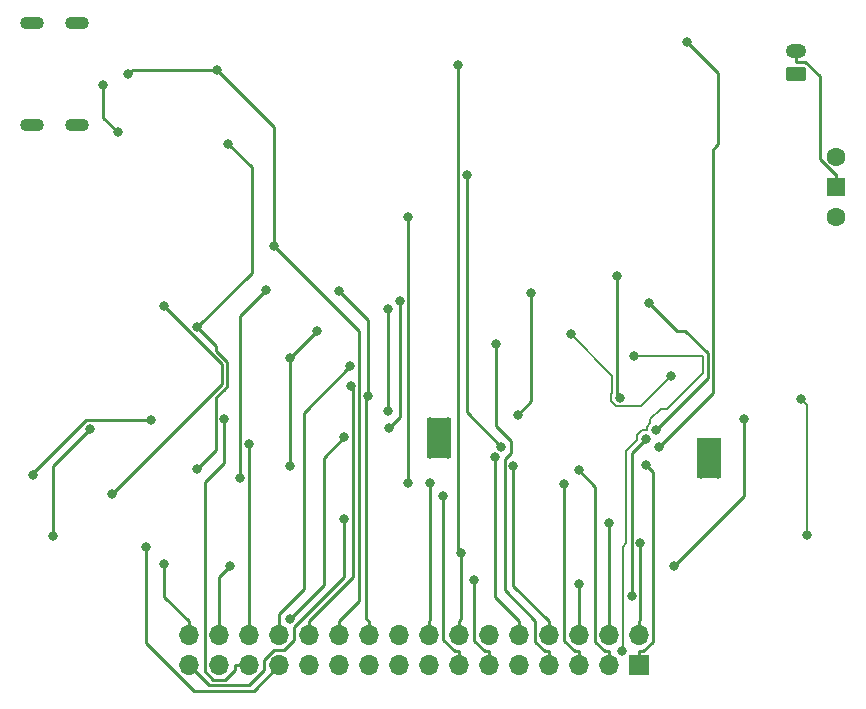
<source format=gbr>
%TF.GenerationSoftware,KiCad,Pcbnew,9.0.0*%
%TF.CreationDate,2025-03-28T13:41:41+02:00*%
%TF.ProjectId,Project Design,50726f6a-6563-4742-9044-657369676e2e,rev?*%
%TF.SameCoordinates,Original*%
%TF.FileFunction,Copper,L2,Bot*%
%TF.FilePolarity,Positive*%
%FSLAX46Y46*%
G04 Gerber Fmt 4.6, Leading zero omitted, Abs format (unit mm)*
G04 Created by KiCad (PCBNEW 9.0.0) date 2025-03-28 13:41:41*
%MOMM*%
%LPD*%
G01*
G04 APERTURE LIST*
G04 Aperture macros list*
%AMRoundRect*
0 Rectangle with rounded corners*
0 $1 Rounding radius*
0 $2 $3 $4 $5 $6 $7 $8 $9 X,Y pos of 4 corners*
0 Add a 4 corners polygon primitive as box body*
4,1,4,$2,$3,$4,$5,$6,$7,$8,$9,$2,$3,0*
0 Add four circle primitives for the rounded corners*
1,1,$1+$1,$2,$3*
1,1,$1+$1,$4,$5*
1,1,$1+$1,$6,$7*
1,1,$1+$1,$8,$9*
0 Add four rect primitives between the rounded corners*
20,1,$1+$1,$2,$3,$4,$5,0*
20,1,$1+$1,$4,$5,$6,$7,0*
20,1,$1+$1,$6,$7,$8,$9,0*
20,1,$1+$1,$8,$9,$2,$3,0*%
G04 Aperture macros list end*
%TA.AperFunction,ComponentPad*%
%ADD10O,2.000000X1.100000*%
%TD*%
%TA.AperFunction,ComponentPad*%
%ADD11C,1.600000*%
%TD*%
%TA.AperFunction,ComponentPad*%
%ADD12R,1.500000X1.500000*%
%TD*%
%TA.AperFunction,ComponentPad*%
%ADD13O,1.750000X1.200000*%
%TD*%
%TA.AperFunction,ComponentPad*%
%ADD14RoundRect,0.250000X0.625000X-0.350000X0.625000X0.350000X-0.625000X0.350000X-0.625000X-0.350000X0*%
%TD*%
%TA.AperFunction,HeatsinkPad*%
%ADD15C,0.500000*%
%TD*%
%TA.AperFunction,HeatsinkPad*%
%ADD16R,2.000000X3.500000*%
%TD*%
%TA.AperFunction,ComponentPad*%
%ADD17R,1.700000X1.700000*%
%TD*%
%TA.AperFunction,ComponentPad*%
%ADD18O,1.700000X1.700000*%
%TD*%
%TA.AperFunction,ViaPad*%
%ADD19C,0.800000*%
%TD*%
%TA.AperFunction,Conductor*%
%ADD20C,0.250000*%
%TD*%
%TA.AperFunction,Conductor*%
%ADD21C,0.200000*%
%TD*%
G04 APERTURE END LIST*
D10*
%TO.P,USBC1,0,0*%
%TO.N,unconnected-(USBC1-Pad0)_2*%
X139232900Y-48680000D03*
%TO.N,unconnected-(USBC1-Pad0)*%
X135432800Y-48680000D03*
%TO.N,unconnected-(USBC1-Pad0)_3*%
X139232900Y-57320000D03*
%TO.N,unconnected-(USBC1-Pad0)_1*%
X135432800Y-57320000D03*
%TD*%
D11*
%TO.P,SW3,3,A*%
%TO.N,Net-(SW3-A)*%
X203500000Y-65040000D03*
%TO.P,SW3,2,C*%
%TO.N,unconnected-(SW3-C-Pad2)*%
X203500000Y-59960000D03*
D12*
%TO.P,SW3,1,B*%
%TO.N,/Vbat+*%
X203500000Y-62500000D03*
%TD*%
D13*
%TO.P,J3,2,Pin_2*%
%TO.N,/Vbat+*%
X200050000Y-51000000D03*
D14*
%TO.P,J3,1,Pin_1*%
%TO.N,GND*%
X200050000Y-53000000D03*
%TD*%
D15*
%TO.P,U1,17,GND(PPAD)*%
%TO.N,GND*%
X192000000Y-84000000D03*
X192000000Y-85500000D03*
X192000000Y-87000000D03*
D16*
X192750000Y-85500000D03*
D15*
X193500000Y-84000000D03*
X193500000Y-85500000D03*
X193500000Y-87000000D03*
%TD*%
D17*
%TO.P,J1,1,Pin_1*%
%TO.N,/Mtr2 O2*%
X186780000Y-103040000D03*
D18*
%TO.P,J1,2,Pin_2*%
%TO.N,/Mtr2 O1*%
X186780000Y-100500000D03*
%TO.P,J1,3,Pin_3*%
%TO.N,/Mtr4 O1*%
X184240000Y-103040000D03*
%TO.P,J1,4,Pin_4*%
%TO.N,/Mtr2 C1*%
X184240000Y-100500000D03*
%TO.P,J1,5,Pin_5*%
%TO.N,/Mtr4 O2*%
X181700000Y-103040000D03*
%TO.P,J1,6,Pin_6*%
%TO.N,/Mtr2 C2*%
X181700000Y-100500000D03*
%TO.P,J1,7,Pin_7*%
%TO.N,/ex ctrl2*%
X179160000Y-103040000D03*
%TO.P,J1,8,Pin_8*%
%TO.N,/Mtr4 C1*%
X179160000Y-100500000D03*
%TO.P,J1,9,Pin_9*%
%TO.N,/USART2_TX*%
X176620000Y-103040000D03*
%TO.P,J1,10,Pin_10*%
%TO.N,/Mtr4 C2*%
X176620000Y-100500000D03*
%TO.P,J1,11,Pin_11*%
%TO.N,/out2*%
X174080000Y-103040000D03*
%TO.P,J1,12,Pin_12*%
%TO.N,unconnected-(J1-Pin_12-Pad12)*%
X174080000Y-100500000D03*
%TO.P,J1,13,Pin_13*%
%TO.N,/Fast charge CTR*%
X171540000Y-103040000D03*
%TO.P,J1,14,Pin_14*%
%TO.N,/V+*%
X171540000Y-100500000D03*
%TO.P,J1,15,Pin_15*%
%TO.N,unconnected-(J1-Pin_15-Pad15)*%
X169000000Y-103040000D03*
%TO.P,J1,16,Pin_16*%
%TO.N,/I2C1_SCL*%
X169000000Y-100500000D03*
%TO.P,J1,17,Pin_17*%
%TO.N,/I2C1_SDA*%
X166460000Y-103040000D03*
%TO.P,J1,18,Pin_18*%
%TO.N,/3V3*%
X166460000Y-100500000D03*
%TO.P,J1,19,Pin_19*%
%TO.N,GND*%
X163920000Y-103040000D03*
%TO.P,J1,20,Pin_20*%
%TO.N,/5V*%
X163920000Y-100500000D03*
%TO.P,J1,21,Pin_21*%
%TO.N,/out1*%
X161380000Y-103040000D03*
%TO.P,J1,22,Pin_22*%
%TO.N,/9V*%
X161380000Y-100500000D03*
%TO.P,J1,23,Pin_23*%
%TO.N,GND*%
X158840000Y-103040000D03*
%TO.P,J1,24,Pin_24*%
%TO.N,/Mtr3 C1*%
X158840000Y-100500000D03*
%TO.P,J1,25,Pin_25*%
%TO.N,/ex ctrl1*%
X156300000Y-103040000D03*
%TO.P,J1,26,Pin_26*%
%TO.N,/Mtr3 C2*%
X156300000Y-100500000D03*
%TO.P,J1,27,Pin_27*%
%TO.N,/Mtr3 O1*%
X153760000Y-103040000D03*
%TO.P,J1,28,Pin_28*%
%TO.N,/Mtr1 C1*%
X153760000Y-100500000D03*
%TO.P,J1,29,Pin_29*%
%TO.N,/Mtr3 O2*%
X151220000Y-103040000D03*
%TO.P,J1,30,Pin_30*%
%TO.N,/Mtr1 C2*%
X151220000Y-100500000D03*
%TO.P,J1,31,Pin_31*%
%TO.N,/Mtr1 O2*%
X148680000Y-103040000D03*
%TO.P,J1,32,Pin_32*%
%TO.N,/Mtr1 O1*%
X148680000Y-100500000D03*
%TD*%
D15*
%TO.P,U2,17,GND(PPAD)*%
%TO.N,GND*%
X169112500Y-82275000D03*
X169112500Y-83775000D03*
X169112500Y-85275000D03*
D16*
X169862500Y-83775000D03*
D15*
X170612500Y-82275000D03*
X170612500Y-83775000D03*
X170612500Y-85275000D03*
%TD*%
D19*
%TO.N,Net-(U2-VCP)*%
X172211500Y-61500000D03*
%TO.N,/V+*%
X200500000Y-80500000D03*
X200500000Y-80500000D03*
X201000000Y-92000000D03*
%TO.N,Net-(U11-IN+)*%
X189500000Y-78500000D03*
X181000000Y-75000000D03*
X181000000Y-75000000D03*
%TO.N,Net-(SW3-A)*%
X157259000Y-77000000D03*
X157259000Y-86120500D03*
X159538900Y-74720100D03*
%TO.N,Net-(U10-CC2)*%
X142699400Y-57911000D03*
X141443900Y-53908000D03*
%TO.N,Net-(U2-nSLEEP)*%
X165494600Y-72837600D03*
X165494600Y-81494500D03*
%TO.N,Net-(U1-nSLEEP)*%
X187624847Y-72349847D03*
X188210400Y-83122000D03*
%TO.N,/ex ctrl2*%
X174672100Y-75837900D03*
%TO.N,/ex ctrl1*%
X145036000Y-93000000D03*
%TO.N,/Fast charge CTR*%
X170191900Y-88703600D03*
%TO.N,Net-(Q2-D)*%
X145478700Y-82239700D03*
X135458300Y-86958300D03*
%TO.N,/Mtr3 C1*%
X162373200Y-79354800D03*
%TO.N,/Mtr3 C2*%
X162352000Y-77684100D03*
%TO.N,/Mtr4 C2*%
X174566500Y-85400000D03*
%TO.N,/Mtr4 O2*%
X180407900Y-87697800D03*
%TO.N,/Mtr4 C1*%
X176143900Y-86155000D03*
%TO.N,/Mtr4 O1*%
X181665500Y-86519400D03*
%TO.N,/Mtr3 O2*%
X157202500Y-99135000D03*
X161844700Y-83708200D03*
%TO.N,/Mtr3 O1*%
X151684200Y-82221300D03*
%TO.N,/Mtr1 C2*%
X195679800Y-82164200D03*
X189736900Y-94605900D03*
X152187900Y-94605900D03*
%TO.N,/Mtr1 C1*%
X153760000Y-84260500D03*
%TO.N,/Mtr2 O1*%
X186901700Y-92656200D03*
%TO.N,/Mtr2 O2*%
X187373700Y-86075000D03*
%TO.N,/Mtr2 C2*%
X181700000Y-96150000D03*
%TO.N,/Mtr2 C1*%
X184240000Y-91024700D03*
%TO.N,/Mtr1 O1*%
X146568200Y-94467500D03*
X186175000Y-97207500D03*
X187376700Y-83848800D03*
%TO.N,/Mtr1 O2*%
X161803800Y-90612100D03*
%TO.N,Net-(U9-V_{SS})*%
X142185300Y-88500000D03*
X146539000Y-72610800D03*
%TO.N,/I2C1_SDA*%
X186343600Y-76846300D03*
X185381700Y-101863300D03*
%TO.N,/V+*%
X171465200Y-52180100D03*
X171726900Y-93545100D03*
%TO.N,/out2*%
X172810000Y-95816500D03*
%TO.N,Net-(U2-AISEN)*%
X166511500Y-72175200D03*
X165602300Y-82948000D03*
%TO.N,Net-(U2-BISEN)*%
X167264800Y-65104700D03*
X167264800Y-87595600D03*
%TO.N,Net-(U1-AISEN)*%
X190886400Y-50255000D03*
X188492400Y-84575600D03*
%TO.N,/I2C1_SCL*%
X169101300Y-87568300D03*
%TO.N,/Vbat+*%
X149401300Y-86423300D03*
X149401300Y-74394900D03*
X152001000Y-58857500D03*
%TO.N,Net-(U7-CT)*%
X153021900Y-87171200D03*
X155239500Y-71222600D03*
%TO.N,Net-(U3-CT)*%
X137137500Y-92090500D03*
X140284400Y-82988500D03*
%TO.N,/5V*%
X163835100Y-80230000D03*
X161372800Y-71363300D03*
%TO.N,/9V*%
X155902100Y-67500000D03*
X151051900Y-52626900D03*
X143559200Y-53000200D03*
%TO.N,Net-(U2-VINT)*%
X176506800Y-81810000D03*
X177657000Y-71516500D03*
%TO.N,Net-(U2-VCP)*%
X175141300Y-84534700D03*
%TO.N,Net-(U1-VINT)*%
X185137500Y-80372700D03*
X184950000Y-70034200D03*
%TD*%
D20*
%TO.N,Net-(U1-nSLEEP)*%
X192598000Y-76598000D02*
X192598000Y-78734400D01*
X190694800Y-74694800D02*
X192598000Y-76598000D01*
X189969800Y-74694800D02*
X190694800Y-74694800D01*
X192598000Y-78734400D02*
X188210400Y-83122000D01*
X187624847Y-72349847D02*
X189969800Y-74694800D01*
D21*
%TO.N,Net-(U11-IN+)*%
X186926300Y-81073700D02*
X189500000Y-78500000D01*
X185427864Y-81073700D02*
X186926300Y-81073700D01*
X184847136Y-81073700D02*
X185427864Y-81073700D01*
X184436500Y-80663064D02*
X184847136Y-81073700D01*
X184524000Y-79994836D02*
X184436500Y-80082336D01*
X184436500Y-80082336D02*
X184436500Y-80663064D01*
X184524000Y-78524000D02*
X184524000Y-79994836D01*
X181000000Y-75000000D02*
X184524000Y-78524000D01*
D20*
%TO.N,Net-(U2-VCP)*%
X172211500Y-61500000D02*
X172211500Y-61336500D01*
X172211500Y-81604900D02*
X172211500Y-61500000D01*
%TO.N,Net-(U9-V_{SS})*%
X151451000Y-77522800D02*
X146539000Y-72610800D01*
X151451000Y-79234300D02*
X151451000Y-77522800D01*
X142185300Y-88500000D02*
X151451000Y-79234300D01*
%TO.N,/Vbat+*%
X151000000Y-75993600D02*
X149401300Y-74394900D01*
X151637810Y-77071800D02*
X151000000Y-76433990D01*
X151000000Y-76433990D02*
X151000000Y-75993600D01*
X151902000Y-79047490D02*
X151902000Y-77709610D01*
X151902000Y-77709610D02*
X151902000Y-77335990D01*
X151902000Y-79421110D02*
X151902000Y-79047490D01*
X151000000Y-81878780D02*
X151000000Y-80323110D01*
X151902000Y-77335990D02*
X151637810Y-77071800D01*
X151000000Y-82563820D02*
X150958200Y-82522020D01*
X150958200Y-82522020D02*
X150958200Y-81920580D01*
X151000000Y-84824600D02*
X151000000Y-82563820D01*
X151637810Y-79685300D02*
X151902000Y-79421110D01*
X149401300Y-86423300D02*
X151000000Y-84824600D01*
X151000000Y-80323110D02*
X151637810Y-79685300D01*
X150958200Y-81920580D02*
X151000000Y-81878780D01*
X154000000Y-60856500D02*
X152001000Y-58857500D01*
X149401300Y-74394900D02*
X154000000Y-69796200D01*
X154000000Y-69796200D02*
X154000000Y-60856500D01*
D21*
%TO.N,/V+*%
X201000000Y-81000000D02*
X200500000Y-80500000D01*
X201000000Y-92000000D02*
X201000000Y-81000000D01*
%TO.N,/I2C1_SDA*%
X185448300Y-101796700D02*
X185381700Y-101863300D01*
X185724000Y-84863690D02*
X185724000Y-92708800D01*
X185448300Y-92984500D02*
X185448300Y-101796700D01*
X186650700Y-83936990D02*
X185724000Y-84863690D01*
X186650700Y-83548080D02*
X186650700Y-83936990D01*
X187075980Y-83122800D02*
X186650700Y-83548080D01*
X185724000Y-92708800D02*
X185448300Y-92984500D01*
X187464890Y-83122800D02*
X187075980Y-83122800D01*
X187484400Y-83103290D02*
X187464890Y-83122800D01*
X187484400Y-82821280D02*
X187484400Y-83103290D01*
X187759400Y-82546280D02*
X187484400Y-82821280D01*
X187759400Y-82221500D02*
X187759400Y-82546280D01*
X189136550Y-81360750D02*
X188620150Y-81360750D01*
X192172000Y-78325300D02*
X189136550Y-81360750D01*
X192172000Y-76846300D02*
X192172000Y-78325300D01*
X186343600Y-76846300D02*
X192172000Y-76846300D01*
X188620150Y-81360750D02*
X187759400Y-82221500D01*
D20*
%TO.N,Net-(U1-AISEN)*%
X193049000Y-80019000D02*
X188492400Y-84575600D01*
X193049000Y-59736810D02*
X193049000Y-80019000D01*
X193049000Y-59363190D02*
X193049000Y-59736810D01*
X193500000Y-58912190D02*
X193313190Y-59099000D01*
X193500000Y-52868600D02*
X193500000Y-58912190D01*
X193313190Y-59099000D02*
X193049000Y-59363190D01*
X190886400Y-50255000D02*
X193500000Y-52868600D01*
%TO.N,Net-(SW3-A)*%
X157259000Y-86120500D02*
X157259000Y-77000000D01*
X157259000Y-77000000D02*
X159538900Y-74720100D01*
%TO.N,Net-(U10-CC2)*%
X141443900Y-56655500D02*
X141443900Y-53908000D01*
X142699400Y-57911000D02*
X141443900Y-56655500D01*
%TO.N,Net-(U2-nSLEEP)*%
X165494600Y-81494500D02*
X165494600Y-72837600D01*
%TO.N,/ex ctrl2*%
X178792200Y-101863300D02*
X179160000Y-101863300D01*
X177983300Y-101054400D02*
X178792200Y-101863300D01*
X177983300Y-99267100D02*
X177983300Y-101054400D01*
X175408500Y-96692300D02*
X177983300Y-99267100D01*
X175408500Y-85586000D02*
X175408500Y-96692300D01*
X175909100Y-85085400D02*
X175408500Y-85586000D01*
X175909100Y-84006900D02*
X175909100Y-85085400D01*
X174672100Y-82769900D02*
X175909100Y-84006900D01*
X174672100Y-75837900D02*
X174672100Y-82769900D01*
X179160000Y-103040000D02*
X179160000Y-101863300D01*
%TO.N,/ex ctrl1*%
X145036000Y-101137300D02*
X145036000Y-93000000D01*
X149076300Y-105177600D02*
X145036000Y-101137300D01*
X154162400Y-105177600D02*
X149076300Y-105177600D01*
X156300000Y-103040000D02*
X154162400Y-105177600D01*
%TO.N,/Fast charge CTR*%
X171540000Y-103040000D02*
X171540000Y-101863300D01*
X170191900Y-100882900D02*
X170191900Y-88703600D01*
X171172300Y-101863300D02*
X170191900Y-100882900D01*
X171540000Y-101863300D02*
X171172300Y-101863300D01*
%TO.N,Net-(Q2-D)*%
X135458300Y-86787000D02*
X135458300Y-86958300D01*
X140005600Y-82239700D02*
X135458300Y-86787000D01*
X145478700Y-82239700D02*
X140005600Y-82239700D01*
%TO.N,/Mtr3 C1*%
X162589800Y-79571400D02*
X162373200Y-79354800D01*
X162589800Y-95573500D02*
X162589800Y-79571400D01*
X158840000Y-99323300D02*
X162589800Y-95573500D01*
X158840000Y-100500000D02*
X158840000Y-99323300D01*
%TO.N,/Mtr3 C2*%
X156300000Y-100500000D02*
X156300000Y-99323300D01*
X156300000Y-98684500D02*
X156300000Y-99323300D01*
X158389800Y-96594700D02*
X156300000Y-98684500D01*
X158389800Y-81646300D02*
X158389800Y-96594700D01*
X162352000Y-77684100D02*
X158389800Y-81646300D01*
%TO.N,/Mtr4 C2*%
X176620000Y-100500000D02*
X176620000Y-99323300D01*
X174566500Y-97269800D02*
X174566500Y-85400000D01*
X176620000Y-99323300D02*
X174566500Y-97269800D01*
%TO.N,/Mtr4 O2*%
X181700000Y-103040000D02*
X181700000Y-101863300D01*
X180407900Y-100939000D02*
X180407900Y-87697800D01*
X181332200Y-101863300D02*
X180407900Y-100939000D01*
X181700000Y-101863300D02*
X181332200Y-101863300D01*
%TO.N,/Mtr4 C1*%
X179160000Y-100500000D02*
X179160000Y-99323300D01*
X176143900Y-96307200D02*
X176143900Y-86155000D01*
X179160000Y-99323300D02*
X176143900Y-96307200D01*
%TO.N,/Mtr4 O1*%
X184240000Y-103040000D02*
X184240000Y-101863300D01*
X183063300Y-87917200D02*
X181665500Y-86519400D01*
X183063300Y-101054400D02*
X183063300Y-87917200D01*
X183872200Y-101863300D02*
X183063300Y-101054400D01*
X184240000Y-101863300D02*
X183872200Y-101863300D01*
%TO.N,/Mtr3 O2*%
X160105800Y-85447100D02*
X161844700Y-83708200D01*
X160105800Y-96231700D02*
X160105800Y-85447100D01*
X157202500Y-99135000D02*
X160105800Y-96231700D01*
%TO.N,/Mtr3 O1*%
X153760000Y-103040000D02*
X152583300Y-103040000D01*
X151684200Y-85862600D02*
X151684200Y-82221300D01*
X150039900Y-87506900D02*
X151684200Y-85862600D01*
X150039900Y-103549400D02*
X150039900Y-87506900D01*
X150735100Y-104244600D02*
X150039900Y-103549400D01*
X151746400Y-104244600D02*
X150735100Y-104244600D01*
X152583300Y-103407700D02*
X151746400Y-104244600D01*
X152583300Y-103040000D02*
X152583300Y-103407700D01*
%TO.N,/Mtr1 C2*%
X151220000Y-95573800D02*
X151220000Y-100500000D01*
X152187900Y-94605900D02*
X151220000Y-95573800D01*
X195679800Y-88663000D02*
X189736900Y-94605900D01*
X195679800Y-82164200D02*
X195679800Y-88663000D01*
%TO.N,/Mtr1 C1*%
X153760000Y-100500000D02*
X153760000Y-84260500D01*
%TO.N,/Mtr2 O1*%
X186901700Y-99201600D02*
X186901700Y-92656200D01*
X186780000Y-99323300D02*
X186901700Y-99201600D01*
X186780000Y-100500000D02*
X186780000Y-99323300D01*
%TO.N,/Mtr2 O2*%
X187967100Y-86668400D02*
X187373700Y-86075000D01*
X187967100Y-101043900D02*
X187967100Y-86668400D01*
X187147700Y-101863300D02*
X187967100Y-101043900D01*
X186780000Y-101863300D02*
X187147700Y-101863300D01*
X186780000Y-103040000D02*
X186780000Y-101863300D01*
%TO.N,/Mtr2 C2*%
X181700000Y-100500000D02*
X181700000Y-96150000D01*
%TO.N,/Mtr2 C1*%
X184240000Y-100500000D02*
X184240000Y-91024700D01*
%TO.N,/Mtr1 O1*%
X146568200Y-97211500D02*
X146568200Y-94467500D01*
X148680000Y-99323300D02*
X146568200Y-97211500D01*
X186175000Y-85050500D02*
X187376700Y-83848800D01*
X186175000Y-97207500D02*
X186175000Y-85050500D01*
X148680000Y-100500000D02*
X148680000Y-99323300D01*
%TO.N,/Mtr1 O2*%
X150352200Y-104712200D02*
X148680000Y-103040000D01*
X153753300Y-104712200D02*
X150352200Y-104712200D01*
X155030000Y-103435500D02*
X153753300Y-104712200D01*
X155030000Y-102618700D02*
X155030000Y-103435500D01*
X155878700Y-101770000D02*
X155030000Y-102618700D01*
X156730800Y-101770000D02*
X155878700Y-101770000D01*
X157570000Y-100930800D02*
X156730800Y-101770000D01*
X157570000Y-99795200D02*
X157570000Y-100930800D01*
X161803800Y-95561400D02*
X157570000Y-99795200D01*
X161803800Y-90612100D02*
X161803800Y-95561400D01*
%TO.N,/V+*%
X171540000Y-100500000D02*
X171540000Y-99323300D01*
X171726900Y-93545100D02*
X171465200Y-93283400D01*
X171726900Y-99136400D02*
X171540000Y-99323300D01*
X171726900Y-93545100D02*
X171726900Y-99136400D01*
%TO.N,/out2*%
X172810000Y-100961000D02*
X172810000Y-95816500D01*
X173712300Y-101863300D02*
X172810000Y-100961000D01*
X174080000Y-101863300D02*
X173712300Y-101863300D01*
X174080000Y-103040000D02*
X174080000Y-101863300D01*
%TO.N,Net-(U2-AISEN)*%
X166511500Y-82038800D02*
X165602300Y-82948000D01*
X166511500Y-72175200D02*
X166511500Y-82038800D01*
%TO.N,Net-(U2-BISEN)*%
X167264800Y-65104700D02*
X167264800Y-87595600D01*
%TO.N,/I2C1_SCL*%
X169000000Y-100500000D02*
X169000000Y-99323300D01*
X169101300Y-99222000D02*
X169101300Y-87568300D01*
X169000000Y-99323300D02*
X169101300Y-99222000D01*
%TO.N,/Vbat+*%
X203365400Y-61423300D02*
X203500000Y-61423300D01*
X202085200Y-60143100D02*
X203365400Y-61423300D01*
X202085200Y-53151000D02*
X202085200Y-60143100D01*
X200860900Y-51926700D02*
X202085200Y-53151000D01*
X200050000Y-51926700D02*
X200860900Y-51926700D01*
X200050000Y-51000000D02*
X200050000Y-51926700D01*
X203500000Y-62500000D02*
X203500000Y-61423300D01*
%TO.N,Net-(U7-CT)*%
X153021900Y-73440200D02*
X153021900Y-87171200D01*
X155239500Y-71222600D02*
X153021900Y-73440200D01*
%TO.N,Net-(U3-CT)*%
X137137500Y-86135400D02*
X140284400Y-82988500D01*
X137137500Y-92090500D02*
X137137500Y-86135400D01*
%TO.N,/5V*%
X163920000Y-100500000D02*
X163920000Y-99323300D01*
X163684300Y-80380800D02*
X163835100Y-80230000D01*
X163684300Y-99087600D02*
X163684300Y-80380800D01*
X163920000Y-99323300D02*
X163684300Y-99087600D01*
X163835100Y-73825600D02*
X161372800Y-71363300D01*
X163835100Y-80230000D02*
X163835100Y-73825600D01*
%TO.N,/9V*%
X161380000Y-100500000D02*
X161380000Y-99323300D01*
X155902100Y-57477100D02*
X151051900Y-52626900D01*
X155902100Y-67500000D02*
X155902100Y-57477100D01*
X163102200Y-97601100D02*
X161380000Y-99323300D01*
X163102200Y-74700100D02*
X163102200Y-97601100D01*
X155902100Y-67500000D02*
X163102200Y-74700100D01*
X143932500Y-52626900D02*
X143559200Y-53000200D01*
X151051900Y-52626900D02*
X143932500Y-52626900D01*
%TO.N,Net-(U2-VINT)*%
X177657000Y-80659800D02*
X177657000Y-71516500D01*
X176506800Y-81810000D02*
X177657000Y-80659800D01*
%TO.N,Net-(U2-VCP)*%
X175141300Y-84534700D02*
X172211500Y-81604900D01*
%TO.N,Net-(U1-VINT)*%
X184950000Y-80185200D02*
X184950000Y-70034200D01*
X185137500Y-80372700D02*
X184950000Y-80185200D01*
%TO.N,/V+*%
X171465200Y-93283400D02*
X171465200Y-52180100D01*
%TD*%
M02*

</source>
